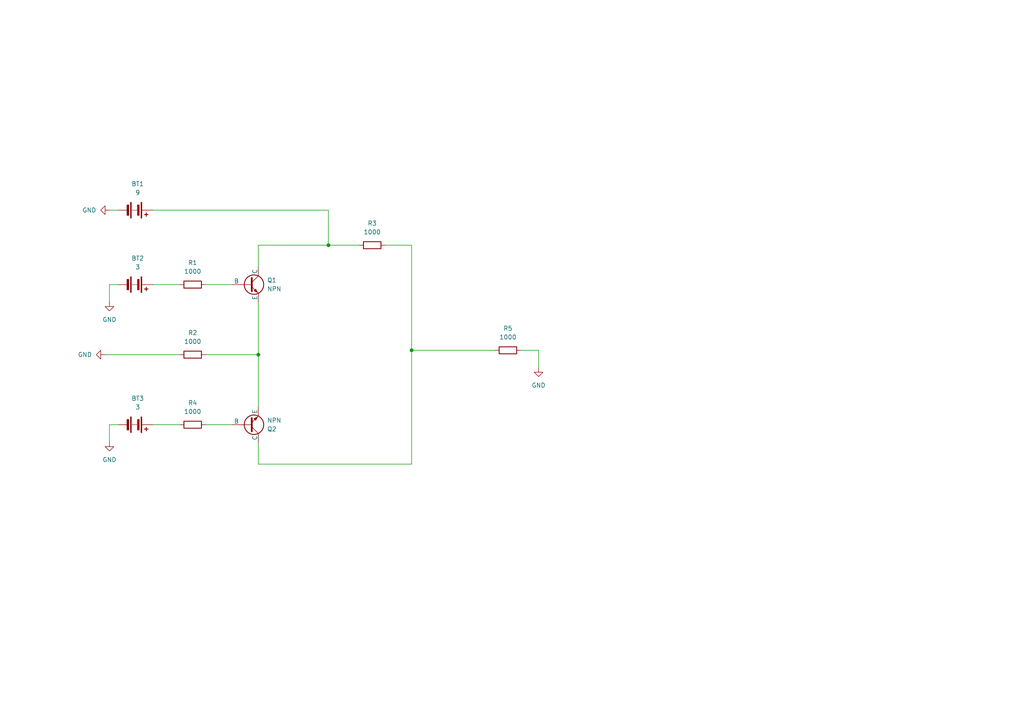
<source format=kicad_sch>
(kicad_sch (version 20230121) (generator eeschema)
  (paper "A4")
  (lib_symbols
    (symbol "Device:Battery" (pin_numbers hide) (pin_names (offset 0) hide)
      (property "Reference" "BT" (at 2.54 2.54 0))
      (property "Value" "Battery" (at 2.54 0 0))
      (symbol "Battery_0_1"
        (rectangle (start -2.286 -1.27) (end 2.286 -1.524) (fill (type outline)))
        (rectangle (start -2.286 1.778) (end 2.286 1.524) (fill (type outline)))
        (rectangle (start -1.524 -2.032) (end 1.524 -2.54) (fill (type outline)))
        (rectangle (start -1.524 1.016) (end 1.524 0.508) (fill (type outline)))
        (polyline (pts (xy 0 -1.016) (xy 0 -0.762)))
        (polyline (pts (xy 0 -0.508) (xy 0 -0.254)))
        (polyline (pts (xy 0 0) (xy 0 0.254)))
        (polyline (pts (xy 0 1.778) (xy 0 2.54)))
        (polyline (pts (xy 0.762 3.048) (xy 1.778 3.048)) (stroke (width 0.254)))
        (polyline (pts (xy 1.27 3.556) (xy 1.27 2.54)) (stroke (width 0.254)))
      )
      (symbol "Battery_1_1"
        (pin passive line (at 0 5.08 270) (length 2.54) (name "+") (number "1"))
        (pin passive line (at 0 -5.08 90) (length 2.54) (name "-") (number "2"))
      )
    )
    (symbol "Device:R" (pin_numbers hide) (pin_names (offset 0))
      (property "Reference" "R" (at 2.032 0 90))
      (property "Value" "R" (at 0 0 90))
      (symbol "R_0_1"
        (rectangle (start -1.016 -2.54) (end 1.016 2.54) (stroke (width 0.254)))
      )
      (symbol "R_1_1"
        (pin passive line (at 0 3.81 270) (length 1.27) (name "~") (number "1"))
        (pin passive line (at 0 -3.81 90) (length 1.27) (name "~") (number "2"))
      )
    )
    (symbol "Simulation_SPICE:NPN" (pin_numbers hide) (pin_names (offset 0))
      (property "Reference" "Q" (at -2.54 7.62 0))
      (property "Value" "NPN" (at -2.54 5.08 0))
      (symbol "NPN_0_1"
        (polyline (pts (xy -2.54 0) (xy 0.635 0)) (stroke (width 0.1524)))
        (polyline (pts (xy 0.635 0.635) (xy 2.54 2.54)))
        (polyline (pts (xy 2.794 -1.27) (xy 2.794 -1.27)) (stroke (width 0.1524)))
        (polyline (pts (xy 2.794 -1.27) (xy 2.794 -1.27)) (stroke (width 0.1524)))
        (polyline (pts (xy 0.635 -0.635) (xy 2.54 -2.54) (xy 2.54 -2.54)))
        (polyline (pts (xy 0.635 1.905) (xy 0.635 -1.905) (xy 0.635 -1.905)) (stroke (width 0.508)))
        (polyline (pts (xy 1.27 -1.778) (xy 1.778 -1.27) (xy 2.286 -2.286) (xy 1.27 -1.778) (xy 1.27 -1.778)) (fill (type outline)))
        (circle (center 1.27 0) (radius 2.8194) (stroke (width 0.254)))
      )
      (symbol "NPN_1_1"
        (pin open_collector line (at 2.54 5.08 270) (length 2.54) (name "C") (number "1"))
        (pin input line (at -5.08 0 0) (length 2.54) (name "B") (number "2"))
        (pin open_emitter line (at 2.54 -5.08 90) (length 2.54) (name "E") (number "3"))
      )
    )
    (symbol "power:GND" (power) (pin_names (offset 0))
      (property "Value" "GND" (at 0 -3.81 0))
      (symbol "GND_0_1"
        (polyline (pts (xy 0 0) (xy 0 -1.27) (xy 1.27 -1.27) (xy 0 -2.54) (xy -1.27 -1.27) (xy 0 -1.27)))
      )
      (symbol "GND_1_1"
        (pin power_in line (at 0 0 270) (length 0) hide (name "GND") (number "1"))
      )
    )
  )
  (junction (at 74.93 102.87))
  (junction (at 95.25 71.12))
  (junction (at 119.38 101.6))
  (wire (pts (xy 156.21 101.6) (xy 156.21 106.68)))
  (wire (pts (xy 31.75 82.55) (xy 31.75 87.63)))
  (wire (pts (xy 74.93 71.12) (xy 74.93 77.47)))
  (wire (pts (xy 34.29 60.96) (xy 31.75 60.96)))
  (wire (pts (xy 95.25 60.96) (xy 95.25 71.12)))
  (wire (pts (xy 34.29 123.19) (xy 31.75 123.19)))
  (wire (pts (xy 31.75 123.19) (xy 31.75 128.27)))
  (wire (pts (xy 44.45 82.55) (xy 52.07 82.55)))
  (wire (pts (xy 111.76 71.12) (xy 119.38 71.12)))
  (wire (pts (xy 34.29 82.55) (xy 31.75 82.55)))
  (wire (pts (xy 95.25 71.12) (xy 104.14 71.12)))
  (wire (pts (xy 74.93 102.87) (xy 74.93 118.11)))
  (wire (pts (xy 74.93 134.62) (xy 119.38 134.62)))
  (wire (pts (xy 44.45 123.19) (xy 52.07 123.19)))
  (wire (pts (xy 119.38 101.6) (xy 143.51 101.6)))
  (wire (pts (xy 119.38 134.62) (xy 119.38 101.6)))
  (wire (pts (xy 74.93 87.63) (xy 74.93 102.87)))
  (wire (pts (xy 151.13 101.6) (xy 156.21 101.6)))
  (wire (pts (xy 30.48 102.87) (xy 52.07 102.87)))
  (wire (pts (xy 119.38 101.6) (xy 119.38 71.12)))
  (wire (pts (xy 59.69 102.87) (xy 74.93 102.87)))
  (wire (pts (xy 44.45 60.96) (xy 95.25 60.96)))
  (wire (pts (xy 74.93 128.27) (xy 74.93 134.62)))
  (wire (pts (xy 59.69 123.19) (xy 67.31 123.19)))
  (wire (pts (xy 95.25 71.12) (xy 74.93 71.12)))
  (wire (pts (xy 59.69 82.55) (xy 67.31 82.55)))
  (symbol (lib_id "Device:R") (at 107.95 71.12 90) (unit 1)
    (property "Reference" "R3" (at 107.95 64.77 90))
    (property "Value" "1000" (at 107.95 67.31 90))
  )
  (symbol (lib_id "Device:Battery") (at 39.37 60.96 270) (unit 1)
    (property "Reference" "BT1" (at 39.9415 53.34 90))
    (property "Value" "9" (at 39.9415 55.88 90))
    (property "Sim.Device" "V" (effects hide))
    (property "Sim.Type" "DC" (effects hide))
    (property "Sim.Pins" "1=+ 2=-" (effects hide))
    (property "Sim.Params" "dc=3" (effects hide))
  )
  (symbol (lib_id "Simulation_SPICE:NPN") (at 72.39 82.55 0) (unit 1)
    (property "Reference" "Q1" (at 77.47 81.28 0) (effects (justify left)))
    (property "Value" "NPN" (at 77.47 83.82 0) (effects (justify left)))
    (property "Sim.Device" "NPN" (effects hide))
    (property "Sim.Type" "GUMMELPOON" (effects hide))
    (property "Sim.Pins" "1=C 2=B 3=E" (effects hide))
  )
  (symbol (lib_id "Device:R") (at 55.88 82.55 90) (unit 1)
    (property "Reference" "R1" (at 55.88 76.2 90))
    (property "Value" "1000" (at 55.88 78.74 90))
  )
  (symbol (lib_id "power:GND") (at 30.48 102.87 270) (unit 1)
    (property "Reference" "#PWR03" (effects hide))
    (property "Value" "GND" (at 26.67 102.87 90) (effects (justify right)))
  )
  (symbol (lib_id "Device:R") (at 55.88 123.19 90) (unit 1)
    (property "Reference" "R4" (at 55.88 116.84 90))
    (property "Value" "1000" (at 55.88 119.38 90))
  )
  (symbol (lib_id "Device:R") (at 147.32 101.6 90) (unit 1)
    (property "Reference" "R5" (at 147.32 95.25 90))
    (property "Value" "1000" (at 147.32 97.79 90))
  )
  (symbol (lib_id "Device:R") (at 55.88 102.87 90) (unit 1)
    (property "Reference" "R2" (at 55.88 96.52 90))
    (property "Value" "1000" (at 55.88 99.06 90))
  )
  (symbol (lib_id "power:GND") (at 31.75 128.27 0) (unit 1)
    (property "Reference" "#PWR05" (effects hide))
    (property "Value" "GND" (at 31.75 133.35 0))
  )
  (symbol (lib_id "power:GND") (at 156.21 106.68 0) (mirror y) (unit 1)
    (property "Reference" "#PWR04" (effects hide))
    (property "Value" "GND" (at 156.21 111.76 0))
  )
  (symbol (lib_id "Simulation_SPICE:NPN") (at 72.39 123.19 0) (mirror x) (unit 1)
    (property "Reference" "Q2" (at 77.47 124.46 0) (effects (justify left)))
    (property "Value" "NPN" (at 77.47 121.92 0) (effects (justify left)))
    (property "Sim.Device" "NPN" (effects hide))
    (property "Sim.Type" "GUMMELPOON" (effects hide))
    (property "Sim.Pins" "1=C 2=B 3=E" (effects hide))
  )
  (symbol (lib_id "Device:Battery") (at 39.37 82.55 270) (unit 1)
    (property "Reference" "BT2" (at 39.9415 74.93 90))
    (property "Value" "3" (at 39.9415 77.47 90))
    (property "Sim.Device" "V" (effects hide))
    (property "Sim.Type" "DC" (effects hide))
    (property "Sim.Pins" "1=+ 2=-" (effects hide))
    (property "Sim.Params" "dc=3" (effects hide))
  )
  (symbol (lib_id "Device:Battery") (at 39.37 123.19 270) (unit 1)
    (property "Reference" "BT3" (at 39.9415 115.57 90))
    (property "Value" "3" (at 39.9415 118.11 90))
    (property "Sim.Device" "V" (effects hide))
    (property "Sim.Type" "DC" (effects hide))
    (property "Sim.Pins" "1=+ 2=-" (effects hide))
    (property "Sim.Params" "dc=3" (effects hide))
  )
  (symbol (lib_id "power:GND") (at 31.75 87.63 0) (unit 1)
    (property "Reference" "#PWR02" (effects hide))
    (property "Value" "GND" (at 31.75 92.71 0))
  )
  (symbol (lib_id "power:GND") (at 31.75 60.96 270) (unit 1)
    (property "Reference" "#PWR01" (effects hide))
    (property "Value" "GND" (at 27.94 60.96 90) (effects (justify right)))
  )
)
</source>
